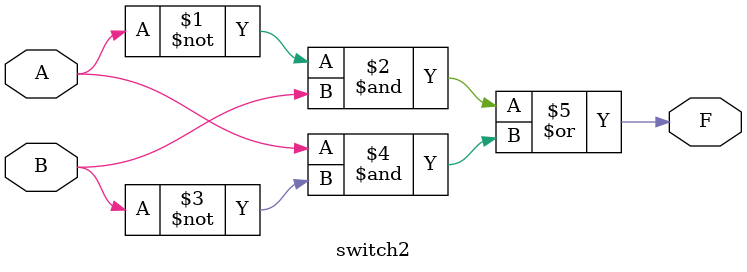
<source format=v>
`timescale 1ns / 1ps


module switch2(
    input A,
    input B,
    output F
    );
    assign F = ~A&B | A&~B;
endmodule

</source>
